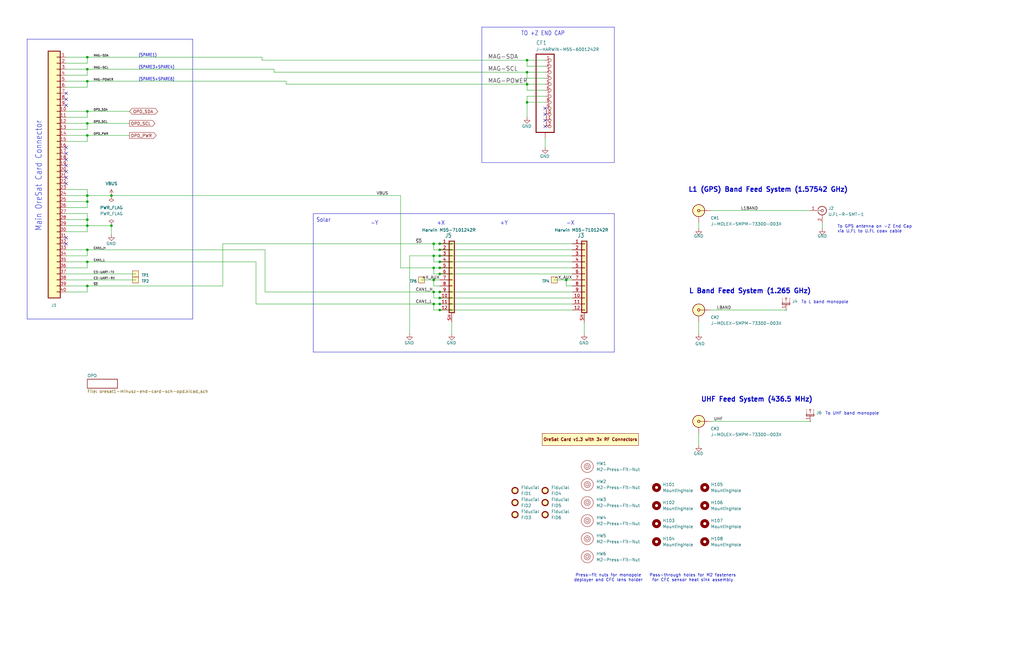
<source format=kicad_sch>
(kicad_sch (version 20250114) (generator "eeschema") (generator_version "9.0")
  (paper "B")
  (title_block (title "OreSat1 -Z End Card") (date "2026-02-18") (rev "v1.3") (company "Portland State Aerospace Society"))
  (lib_symbols
    (symbol "Connector:Conn_Coaxial" (pin_names (offset 1.016) (hide yes))
      (property "Reference" "J" (at 0.254 3.048 0))
      (property "Value" "Conn_Coaxial" (at 2.921 0 90))
      (symbol "Conn_Coaxial_0_1"
        (polyline (pts (xy -2.54 0) (xy -0.508 0)))
        (arc (start 1.778 0) (mid 0.222 -1.8079) (end -1.778 -0.508) (stroke (width 0.254)))
        (arc (start -1.778 0.508) (mid 0.2221 1.8084) (end 1.778 0) (stroke (width 0.254)))
        (circle (center 0 0) (radius 0.508) (stroke (width 0.2032)))
        (polyline (pts (xy 0 -2.54) (xy 0 -1.778)))
      )
      (symbol "Conn_Coaxial_1_1"
        (pin passive line (at -5.08 0 0) (length 2.54) (name "In") (number "1"))
        (pin passive line (at 0 -5.08 90) (length 2.54) (name "Ext") (number "2"))
      )
    )
    (symbol "Mechanical:Fiducial"
      (property "Reference" "FID" (at 0 5.08 0))
      (property "Value" "Fiducial" (at 0 3.175 0))
      (symbol "Fiducial_0_1"
        (circle (center 0 0) (radius 1.27) (stroke (width 0.508)) (fill (type background)))
      )
    )
    (symbol "Mechanical:MountingHole" (pin_names (offset 1.016)) (exclude_from_sim yes) (in_bom no)
      (property "Reference" "H" (at 0 5.08 0))
      (property "Value" "MountingHole" (at 0 3.175 0))
      (symbol "MountingHole_0_1"
        (circle (center 0 0) (radius 1.27) (stroke (width 1.27)))
      )
    )
    (symbol "oresat-connectors:Harwin M55-7101242R" (pin_names (hide yes))
      (property "Reference" "J" (at -12.7 15.875 0))
      (property "Value" "Harwin M55-7101242R" (at -12.7 13.97 0))
      (symbol "Harwin M55-7101242R_1_1"
        (rectangle (start -1.27 -16.51) (end 1.27 13.97) (stroke (width 0.1524)))
        (rectangle (start -1.016 -16.256) (end 1.016 13.716) (stroke (width 0.254)) (fill (type background)))
        (rectangle (start -0.254 12.573) (end 1.016 12.827) (stroke (width 0.1524)))
        (rectangle (start -0.254 10.033) (end 1.016 10.287) (stroke (width 0.1524)))
        (rectangle (start -0.254 7.493) (end 1.016 7.747) (stroke (width 0.1524)))
        (rectangle (start -0.254 4.953) (end 1.016 5.207) (stroke (width 0.1524)))
        (rectangle (start -0.254 2.413) (end 1.016 2.667) (stroke (width 0.1524)))
        (rectangle (start -0.254 -0.127) (end 1.016 0.127) (stroke (width 0.1524)))
        (rectangle (start -0.254 -2.667) (end 1.016 -2.413) (stroke (width 0.1524)))
        (rectangle (start -0.254 -5.207) (end 1.016 -4.953) (stroke (width 0.1524)))
        (rectangle (start -0.254 -7.747) (end 1.016 -7.493) (stroke (width 0.1524)))
        (rectangle (start -0.254 -10.287) (end 1.016 -10.033) (stroke (width 0.1524)))
        (rectangle (start -0.254 -12.827) (end 1.016 -12.573) (stroke (width 0.1524)))
        (rectangle (start -0.254 -15.367) (end 1.016 -15.113) (stroke (width 0.1524)))
        (pin passive line (at 0 -20.32 90) (length 3.81) (name "Shield") (number "SH"))
        (pin passive line (at 5.08 12.7 180) (length 4.064) (name "Pin_1") (number "1"))
        (pin passive line (at 5.08 10.16 180) (length 4.064) (name "Pin_2") (number "2"))
        (pin passive line (at 5.08 7.62 180) (length 4.064) (name "Pin_3") (number "3"))
        (pin passive line (at 5.08 5.08 180) (length 4.064) (name "Pin_4") (number "4"))
        (pin passive line (at 5.08 2.54 180) (length 4.064) (name "Pin_5") (number "5"))
        (pin passive line (at 5.08 0 180) (length 4.064) (name "Pin_6") (number "6"))
        (pin passive line (at 5.08 -2.54 180) (length 4.064) (name "Pin_7") (number "7"))
        (pin passive line (at 5.08 -5.08 180) (length 4.064) (name "Pin_8") (number "8"))
        (pin passive line (at 5.08 -7.62 180) (length 4.064) (name "Pin_9") (number "9"))
        (pin passive line (at 5.08 -10.16 180) (length 4.064) (name "Pin_10") (number "10"))
        (pin passive line (at 5.08 -12.7 180) (length 4.064) (name "Pin_11") (number "11"))
        (pin passive line (at 5.08 -15.24 180) (length 4.064) (name "Pin_12") (number "12"))
      )
    )
    (symbol "oresat-connectors:J-HARWIN-M55-6001242R" (pin_names (hide yes))
      (property "Reference" "CF1" (at -6.35 19.05 0))
      (property "Value" "J-HARWIN-M55-6001242R" (at -6.35 16.51 0))
      (symbol "J-HARWIN-M55-6001242R_1_0"
        (polyline (pts (xy -6.35 15.24) (xy -6.35 -17.78)) (stroke (width 0.4064)))
        (polyline (pts (xy -6.35 -17.78) (xy 1.27 -17.78)) (stroke (width 0.4064)))
        (polyline (pts (xy 1.27 15.24) (xy -6.35 15.24)) (stroke (width 0.4064)))
        (polyline (pts (xy 1.27 -17.78) (xy 1.27 15.24)) (stroke (width 0.4064)))
        (pin passive inverted (at -2.54 12.7 0) (length 2.54) (name "1") (number "1"))
        (pin passive inverted (at -2.54 10.16 0) (length 2.54) (name "2") (number "2"))
        (pin passive inverted (at -2.54 7.62 0) (length 2.54) (name "3") (number "3"))
        (pin passive inverted (at -2.54 5.08 0) (length 2.54) (name "4") (number "4"))
        (pin passive inverted (at -2.54 2.54 0) (length 2.54) (name "5") (number "5"))
        (pin passive inverted (at -2.54 0 0) (length 2.54) (name "6") (number "6"))
        (pin passive inverted (at -2.54 -2.54 0) (length 2.54) (name "7") (number "7"))
        (pin passive inverted (at -2.54 -5.08 0) (length 2.54) (name "8") (number "8"))
        (pin passive inverted (at -2.54 -7.62 0) (length 2.54) (name "9") (number "9"))
        (pin passive inverted (at -2.54 -10.16 0) (length 2.54) (name "10") (number "10"))
        (pin passive inverted (at -2.54 -12.7 0) (length 2.54) (name "11") (number "11"))
        (pin passive inverted (at -2.54 -15.24 0) (length 2.54) (name "12") (number "12"))
        (pin passive line (at -2.54 -20.32 90) (length 2.54) (name "SHIELD") (number "SH"))
      )
    )
    (symbol "oresat-connectors:J-MOLEX-SMPM-73300-002X"
      (property "Reference" "J" (at 5.08 -3.81 0))
      (property "Value" "733000020" (at 5.08 -6.35 0))
      (symbol "J-MOLEX-SMPM-73300-002X_1_0"
        (circle (center 0 0) (radius 0.508) (stroke (width 0.254)))
        (circle (center 0 0) (radius 2.54) (stroke (width 0.254)) (fill (type background)))
        (polyline (pts (xy 0.508 0) (xy 3.556 0)) (stroke (width 0.1524)))
        (pin passive line (at 0 -5.08 90) (length 2.54) (name "SHLD") (number "SHLD"))
        (pin passive line (at 5.08 0 180) (length 2.54) (name "SIG") (number "SIG"))
      )
    )
    (symbol "oresat-connectors:J-SAMTEC-TFM-120-01-L-D-RA" (pin_names (hide yes))
      (property "Reference" "J" (at 0 54.61 0))
      (property "Value" "J-SAMTEC-TFM-120-01-L-D-RA" (at 0 52.07 0))
      (symbol "J-SAMTEC-TFM-120-01-L-D-RA_0_1"
        (rectangle (start 2.413 48.387) (end 1.143 48.133) (stroke (width 0.1524)))
        (rectangle (start 2.413 45.847) (end 1.143 45.593) (stroke (width 0.1524)))
        (rectangle (start 2.413 43.307) (end 1.143 43.053) (stroke (width 0.1524)))
        (rectangle (start 2.413 40.767) (end 1.143 40.513) (stroke (width 0.1524)))
        (rectangle (start 2.413 38.227) (end 1.143 37.973) (stroke (width 0.1524)))
        (rectangle (start 2.413 35.687) (end 1.143 35.433) (stroke (width 0.1524)))
        (rectangle (start 2.413 33.147) (end 1.143 32.893) (stroke (width 0.1524)))
        (rectangle (start 2.413 30.607) (end 1.143 30.353) (stroke (width 0.1524)))
        (rectangle (start 2.413 28.067) (end 1.143 27.813) (stroke (width 0.1524)))
        (rectangle (start 2.413 25.527) (end 1.143 25.273) (stroke (width 0.1524)))
        (rectangle (start 2.413 22.987) (end 1.143 22.733) (stroke (width 0.1524)))
        (rectangle (start 2.413 20.447) (end 1.143 20.193) (stroke (width 0.1524)))
        (rectangle (start 2.413 17.907) (end 1.143 17.653) (stroke (width 0.1524)))
        (rectangle (start 2.413 15.367) (end 1.143 15.113) (stroke (width 0.1524)))
        (rectangle (start 2.413 12.827) (end 1.143 12.573) (stroke (width 0.1524)))
        (rectangle (start 2.413 10.287) (end 1.143 10.033) (stroke (width 0.1524)))
        (rectangle (start 2.413 7.747) (end 1.143 7.493) (stroke (width 0.1524)))
        (rectangle (start 2.413 5.207) (end 1.143 4.953) (stroke (width 0.1524)))
        (rectangle (start 2.413 2.667) (end 1.143 2.413) (stroke (width 0.1524)))
        (rectangle (start 2.413 0.127) (end 1.143 -0.127) (stroke (width 0.1524)))
        (rectangle (start 2.413 -2.413) (end 1.143 -2.667) (stroke (width 0.1524)))
        (rectangle (start 2.413 -4.953) (end 1.143 -5.207) (stroke (width 0.1524)))
        (rectangle (start 2.413 -7.493) (end 1.143 -7.747) (stroke (width 0.1524)))
        (rectangle (start 2.413 -10.033) (end 1.143 -10.287) (stroke (width 0.1524)))
        (rectangle (start 2.413 -12.573) (end 1.143 -12.827) (stroke (width 0.1524)))
        (rectangle (start 2.413 -15.113) (end 1.143 -15.367) (stroke (width 0.1524)))
        (rectangle (start 2.413 -17.653) (end 1.143 -17.907) (stroke (width 0.1524)))
        (rectangle (start 2.413 -20.193) (end 1.143 -20.447) (stroke (width 0.1524)))
        (rectangle (start 2.413 -22.733) (end 1.143 -22.987) (stroke (width 0.1524)))
        (rectangle (start 2.413 -25.273) (end 1.143 -25.527) (stroke (width 0.1524)))
        (rectangle (start 2.413 -27.813) (end 1.143 -28.067) (stroke (width 0.1524)))
        (rectangle (start 2.413 -30.353) (end 1.143 -30.607) (stroke (width 0.1524)))
        (rectangle (start 2.413 -32.893) (end 1.143 -33.147) (stroke (width 0.1524)))
        (rectangle (start 2.413 -35.433) (end 1.143 -35.687) (stroke (width 0.1524)))
        (rectangle (start 2.413 -37.973) (end 1.143 -38.227) (stroke (width 0.1524)))
        (rectangle (start 2.413 -40.513) (end 1.143 -40.767) (stroke (width 0.1524)))
        (rectangle (start 2.413 -43.053) (end 1.143 -43.307) (stroke (width 0.1524)))
        (rectangle (start 2.413 -45.593) (end 1.143 -45.847) (stroke (width 0.1524)))
        (rectangle (start 2.413 -48.133) (end 1.143 -48.387) (stroke (width 0.1524)))
        (rectangle (start 2.413 -50.673) (end 1.143 -50.927) (stroke (width 0.1524)))
      )
      (symbol "J-SAMTEC-TFM-120-01-L-D-RA_1_1"
        (rectangle (start -2.54 50.8) (end 2.54 -53.34) (stroke (width 0.4)) (fill (type background)))
        (pin passive line (at 5.08 48.26 180) (length 2.54) (name "") (number "1"))
        (pin passive line (at 5.08 45.72 180) (length 2.54) (name "") (number "2"))
        (pin passive line (at 5.08 43.18 180) (length 2.54) (name "") (number "3"))
        (pin passive line (at 5.08 40.64 180) (length 2.54) (name "") (number "4"))
        (pin passive line (at 5.08 38.1 180) (length 2.54) (name "") (number "5"))
        (pin passive line (at 5.08 35.56 180) (length 2.54) (name "") (number "6"))
        (pin passive line (at 5.08 33.02 180) (length 2.54) (name "") (number "7"))
        (pin passive line (at 5.08 30.48 180) (length 2.54) (name "") (number "8"))
        (pin passive line (at 5.08 27.94 180) (length 2.54) (name "") (number "9"))
        (pin passive line (at 5.08 25.4 180) (length 2.54) (name "") (number "10"))
        (pin passive line (at 5.08 22.86 180) (length 2.54) (name "") (number "11"))
        (pin passive line (at 5.08 20.32 180) (length 2.54) (name "") (number "12"))
        (pin passive line (at 5.08 17.78 180) (length 2.54) (name "") (number "13"))
        (pin passive line (at 5.08 15.24 180) (length 2.54) (name "") (number "14"))
        (pin passive line (at 5.08 12.7 180) (length 2.54) (name "") (number "15"))
        (pin passive line (at 5.08 10.16 180) (length 2.54) (name "") (number "16"))
        (pin passive line (at 5.08 7.62 180) (length 2.54) (name "") (number "17"))
        (pin passive line (at 5.08 5.08 180) (length 2.54) (name "") (number "18"))
        (pin passive line (at 5.08 2.54 180) (length 2.54) (name "") (number "19"))
        (pin passive line (at 5.08 0 180) (length 2.54) (name "") (number "20"))
        (pin passive line (at 5.08 -2.54 180) (length 2.54) (name "") (number "21"))
        (pin passive line (at 5.08 -5.08 180) (length 2.54) (name "") (number "22"))
        (pin passive line (at 5.08 -7.62 180) (length 2.54) (name "") (number "23"))
        (pin passive line (at 5.08 -10.16 180) (length 2.54) (name "") (number "24"))
        (pin passive line (at 5.08 -12.7 180) (length 2.54) (name "") (number "25"))
        (pin passive line (at 5.08 -15.24 180) (length 2.54) (name "") (number "26"))
        (pin passive line (at 5.08 -17.78 180) (length 2.54) (name "") (number "27"))
        (pin passive line (at 5.08 -20.32 180) (length 2.54) (name "") (number "28"))
        (pin passive line (at 5.08 -22.86 180) (length 2.54) (name "") (number "29"))
        (pin passive line (at 5.08 -25.4 180) (length 2.54) (name "") (number "30"))
        (pin passive line (at 5.08 -27.94 180) (length 2.54) (name "") (number "31"))
        (pin passive line (at 5.08 -30.48 180) (length 2.54) (name "") (number "32"))
        (pin passive line (at 5.08 -33.02 180) (length 2.54) (name "") (number "33"))
        (pin passive line (at 5.08 -35.56 180) (length 2.54) (name "") (number "34"))
        (pin passive line (at 5.08 -38.1 180) (length 2.54) (name "") (number "35"))
        (pin passive line (at 5.08 -40.64 180) (length 2.54) (name "") (number "36"))
        (pin passive line (at 5.08 -43.18 180) (length 2.54) (name "") (number "37"))
        (pin passive line (at 5.08 -45.72 180) (length 2.54) (name "") (number "38"))
        (pin passive line (at 5.08 -48.26 180) (length 2.54) (name "") (number "39"))
        (pin passive line (at 5.08 -50.8 180) (length 2.54) (name "") (number "40"))
      )
    )
    (symbol "oresat-misc:M2-Press-Fit-Nut" (pin_numbers (hide yes)) (pin_names (offset 0) (hide yes))
      (property "Reference" "HW" (at 4.445 1.27 0))
      (property "Value" "M2-Press-Fit-Nut" (at 12.065 -1.27 0))
      (symbol "M2-Press-Fit-Nut_0_1"
        (circle (center 0 0) (radius 0.635))
        (circle (center 0 0) (radius 1.27))
        (circle (center 0 0) (radius 2.54))
      )
    )
    (symbol "oresat-misc:Test-Point-0.75mm-th"
      (property "Reference" "TP" (at 0 2.54 0))
      (symbol "Test-Point-0.75mm-th_1_0"
        (pin passive line (at 0 0 0) (length 0) (name "1") (number "1"))
      )
      (symbol "Test-Point-0.75mm-th_1_1"
        (rectangle (start -1.27 1.27) (end 1.27 -1.27) (fill (type background)))
      )
    )
    (symbol "oresat-misc:tape-measure-antenna"
      (property "Reference" "J" (at 1.27 0 0))
      (symbol "tape-measure-antenna_0_1"
        (polyline (pts (xy -1.524 4.826) (xy -1.524 5.08)))
        (polyline (pts (xy -1.524 4.318) (xy -1.524 4.572)))
        (polyline (pts (xy -1.524 3.81) (xy -1.524 4.064)))
        (polyline (pts (xy -1.524 2.54) (xy -1.524 3.556)))
        (polyline (pts (xy -1.524 2.159) (xy 1.524 2.159)))
        (arc (start -1.524 2.159) (mid -1.6814 2.54) (end -1.524 2.921))
        (polyline (pts (xy 0 3.556) (xy 0 4.445) (xy 0.381 5.08) (xy -0.381 5.08) (xy 0 4.445)))
        (arc (start 1.524 2.921) (mid 1.6812 2.54) (end 1.524 2.159))
        (polyline (pts (xy 1.524 4.826) (xy 1.524 5.08)))
        (polyline (pts (xy 1.524 4.318) (xy 1.524 4.572)))
        (polyline (pts (xy 1.524 3.81) (xy 1.524 4.064)))
        (polyline (pts (xy 1.524 2.921) (xy -1.524 2.921)))
        (polyline (pts (xy 1.524 2.54) (xy -1.524 2.54)))
        (polyline (pts (xy 1.524 2.54) (xy 1.524 3.556)))
      )
      (symbol "tape-measure-antenna_1_1"
        (pin passive line (at 0 0 90) (length 2.54) (name "") (number "1"))
      )
    )
    (symbol "oresat-pcbs:ORESAT-CARD-V1.3-3RF"
      (symbol "ORESAT-CARD-V1.3-3RF_1_0"
        (rectangle (start -20.32 2.54) (end 20.32 -2.54) (fill (type background)))
        (text "OreSat Card v1.3 with 3x RF Connectors" (at 0 0 0) (effects (font (size 1.27 1.27) (bold yes))))
      )
    )
    (symbol "oresat-power:VBUS" (power) (pin_names (offset 0))
      (property "Value" "VBUS" (at 0 3.556 0))
      (symbol "VBUS_0_1"
        (polyline (pts (xy -0.762 1.27) (xy 0 2.54)))
        (polyline (pts (xy 0 2.54) (xy 0.762 1.27)))
        (polyline (pts (xy 0 0) (xy 0 2.54)))
      )
      (symbol "VBUS_1_1"
        (pin power_in line (at 0 0 90) (length 0) (hide yes) (name "VBUS") (number "1"))
      )
    )
    (symbol "power:GND" (power) (pin_numbers (hide yes)) (pin_names (offset 0) (hide yes))
      (property "Value" "GND" (at 0 -3.81 0))
      (symbol "GND_0_1"
        (polyline (pts (xy 0 0) (xy 0 -1.27) (xy 1.27 -1.27) (xy 0 -2.54) (xy -1.27 -1.27) (xy 0 -1.27)))
      )
      (symbol "GND_1_1"
        (pin power_in line (at 0 0 270) (length 0) (name "~") (number "1"))
      )
    )
    (symbol "power:PWR_FLAG" (power) (pin_numbers (hide yes)) (pin_names (offset 0) (hide yes))
      (property "Value" "PWR_FLAG" (at 0 3.81 0))
      (symbol "PWR_FLAG_0_0"
        (pin power_out line (at 0 0 90) (length 0) (name "~") (number "1"))
      )
      (symbol "PWR_FLAG_0_1"
        (polyline (pts (xy 0 0) (xy 0 1.27) (xy -1.016 1.905) (xy 0 2.54) (xy 1.016 1.905) (xy 0 1.27)))
      )
    )
  )
  (text "+X" (at 184.15 95.25 0) (effects (font (size 1.778 1.5113)) (justify left bottom)))
  (text "(SPARE5+SPARE6)" (at 58.42 34.29 0) (effects (font (size 1.27 1.0795)) (justify left bottom)))
  (text "(SPARE3+SPARE4)" (at 58.42 29.21 0) (effects (font (size 1.27 1.0795)) (justify left bottom)))
  (text "Pass-through holes for M2 fasteners\nfor CFC sensor heat sink assembly" (at 292.1 243.84 0) (effects (font (size 1.27 1.27))))
  (text "TO +Z END CAP" (at 219.71 15.24 0) (effects (font (size 1.778 1.5113)) (justify left bottom)))
  (text "To L band monopole" (at 337.82 128.27 0) (effects (font (size 1.27 1.27)) (justify left bottom)))
  (text "Main OreSat Card Connector" (at 17.78 50.8 90) (effects (font (size 2.54 2.159)) (justify right bottom)))
  (text "Press-fit nuts for monopole\ndeployer and CFC lens holder" (at 256.54 243.84 0) (effects (font (size 1.27 1.27))))
  (text "+Y" (at 210.82 95.25 0) (effects (font (size 1.778 1.5113)) (justify left bottom)))
  (text "To UHF band monopole" (at 347.98 175.26 0) (effects (font (size 1.27 1.27)) (justify left bottom)))
  (text "(SPARE1)" (at 58.42 24.13 0) (effects (font (size 1.27 1.0795)) (justify left bottom)))
  (text "UHF Feed System (436.5 MHz)" (at 295.529 169.799 0) (effects (font (size 2 2) (thickness 0.4) (bold yes)) (justify left bottom)))
  (text "L1 (GPS) Band Feed System (1.57542 GHz)" (at 290.195 81.28 0) (effects (font (size 2 2) (thickness 0.4) (bold yes)) (justify left bottom)))
  (text "To GPS antenna on -Z End Cap \nvia U.FL to U.FL coax cable" (at 353.06 98.425 0) (effects (font (size 1.27 1.27)) (justify left bottom)))
  (text "-Y" (at 156.21 95.25 0) (effects (font (size 1.778 1.5113)) (justify left bottom)))
  (text "L Band Feed System (1.265 GHz)" (at 290.449 124.079 0) (effects (font (size 2 2) (thickness 0.4) (bold yes)) (justify left bottom)))
  (text "-X" (at 238.76 95.25 0) (effects (font (size 1.778 1.5113)) (justify left bottom)))
  (text "Solar" (at 133.35 93.98 0) (effects (font (size 1.778 1.5113)) (justify left bottom)))
  (junction (at 238.76 118.11))
  (junction (at 36.83 85.09))
  (junction (at 182.88 128.27))
  (junction (at 222.25 35.56))
  (junction (at 185.42 110.49))
  (junction (at 182.88 102.87))
  (junction (at 36.83 46.99))
  (junction (at 36.83 95.25))
  (junction (at 185.42 107.95))
  (junction (at 222.25 43.18))
  (junction (at 185.42 125.73))
  (junction (at 36.83 82.55))
  (junction (at 182.88 118.11))
  (junction (at 36.83 24.13))
  (junction (at 36.83 110.49))
  (junction (at 36.83 120.65))
  (junction (at 36.83 52.07))
  (junction (at 222.25 30.48))
  (junction (at 36.83 57.15))
  (junction (at 185.42 113.03))
  (junction (at 185.42 102.87))
  (junction (at 46.99 82.55))
  (junction (at 185.42 105.41))
  (junction (at 182.88 107.95))
  (junction (at 36.83 105.41))
  (junction (at 182.88 113.03))
  (junction (at 36.83 29.21))
  (junction (at 46.99 95.25))
  (junction (at 182.88 123.19))
  (junction (at 185.42 123.19))
  (junction (at 36.83 34.29))
  (junction (at 185.42 115.57))
  (junction (at 185.42 130.81))
  (junction (at 36.83 92.71))
  (junction (at 222.25 25.4))
  (junction (at 185.42 128.27))
  (no_connect (at 27.94 74.93))
  (no_connect (at 27.94 69.85))
  (no_connect (at 27.94 77.47))
  (no_connect (at 229.87 53.34))
  (no_connect (at 27.94 72.39))
  (no_connect (at 27.94 102.87))
  (no_connect (at 27.94 64.77))
  (no_connect (at 229.87 48.26))
  (no_connect (at 27.94 67.31))
  (no_connect (at 229.87 45.72))
  (no_connect (at 27.94 62.23))
  (no_connect (at 27.94 41.91))
  (no_connect (at 27.94 100.33))
  (no_connect (at 229.87 50.8))
  (no_connect (at 27.94 44.45))
  (no_connect (at 27.94 39.37))
  (wire (pts (xy 182.88 107.95) (xy 185.42 107.95)))
  (wire (pts (xy 182.88 102.87) (xy 185.42 102.87)))
  (wire (pts (xy 185.42 110.49) (xy 241.3 110.49)))
  (wire (pts (xy 222.25 27.94) (xy 229.87 27.94)))
  (wire (pts (xy 185.42 115.57) (xy 182.88 115.57)))
  (polyline (pts (xy 203.2 11.43) (xy 259.08 11.43)))
  (wire (pts (xy 27.94 97.79) (xy 36.83 97.79)))
  (polyline (pts (xy 11.43 16.51) (xy 81.28 16.51)))
  (wire (pts (xy 27.94 107.95) (xy 36.83 107.95)))
  (wire (pts (xy 229.87 25.4) (xy 222.25 25.4)))
  (wire (pts (xy 185.42 123.19) (xy 241.3 123.19)))
  (wire (pts (xy 222.25 30.48) (xy 115.57 30.48)))
  (wire (pts (xy 299.72 88.9) (xy 341.63 88.9)))
  (wire (pts (xy 229.87 30.48) (xy 222.25 30.48)))
  (wire (pts (xy 120.65 35.56) (xy 222.25 35.56)))
  (wire (pts (xy 185.42 128.27) (xy 241.3 128.27)))
  (wire (pts (xy 27.94 120.65) (xy 36.83 120.65)))
  (wire (pts (xy 36.83 97.79) (xy 36.83 95.25)))
  (wire (pts (xy 177.8 118.11) (xy 182.88 118.11)))
  (wire (pts (xy 36.83 123.19) (xy 36.83 120.65)))
  (wire (pts (xy 27.94 36.83) (xy 36.83 36.83)))
  (wire (pts (xy 185.42 113.03) (xy 241.3 113.03)))
  (wire (pts (xy 172.72 107.95) (xy 172.72 140.97)))
  (wire (pts (xy 246.38 135.89) (xy 246.38 140.97)))
  (wire (pts (xy 172.72 107.95) (xy 182.88 107.95)))
  (polyline (pts (xy 203.2 68.58) (xy 203.2 11.43)))
  (wire (pts (xy 185.42 105.41) (xy 182.88 105.41)))
  (wire (pts (xy 36.83 92.71) (xy 36.83 90.17)))
  (wire (pts (xy 27.94 57.15) (xy 36.83 57.15)))
  (wire (pts (xy 115.57 30.48) (xy 115.57 29.21)))
  (wire (pts (xy 182.88 125.73) (xy 185.42 125.73)))
  (wire (pts (xy 46.99 82.55) (xy 168.91 82.55)))
  (polyline (pts (xy 259.08 90.17) (xy 259.08 148.59)))
  (polyline (pts (xy 132.08 90.17) (xy 132.08 148.59)))
  (wire (pts (xy 238.76 120.65) (xy 238.76 118.11)))
  (polyline (pts (xy 259.08 11.43) (xy 259.08 68.58)))
  (wire (pts (xy 111.76 123.19) (xy 182.88 123.19)))
  (wire (pts (xy 222.25 40.64) (xy 222.25 43.18)))
  (wire (pts (xy 299.72 177.8) (xy 341.63 177.8)))
  (wire (pts (xy 27.94 90.17) (xy 36.83 90.17)))
  (wire (pts (xy 294.64 135.89) (xy 294.64 140.97)))
  (wire (pts (xy 182.88 128.27) (xy 185.42 128.27)))
  (wire (pts (xy 27.94 82.55) (xy 36.83 82.55)))
  (polyline (pts (xy 11.43 16.51) (xy 11.43 134.62)))
  (wire (pts (xy 46.99 95.25) (xy 46.99 99.06)))
  (wire (pts (xy 36.83 46.99) (xy 54.61 46.99)))
  (wire (pts (xy 182.88 113.03) (xy 185.42 113.03)))
  (wire (pts (xy 182.88 107.95) (xy 182.88 110.49)))
  (wire (pts (xy 222.25 38.1) (xy 229.87 38.1)))
  (wire (pts (xy 222.25 25.4) (xy 222.25 27.94)))
  (wire (pts (xy 294.64 182.88) (xy 294.64 187.96)))
  (wire (pts (xy 36.83 82.55) (xy 36.83 80.01)))
  (wire (pts (xy 27.94 110.49) (xy 36.83 110.49)))
  (wire (pts (xy 27.94 105.41) (xy 36.83 105.41)))
  (wire (pts (xy 36.83 57.15) (xy 36.83 59.69)))
  (wire (pts (xy 185.42 110.49) (xy 182.88 110.49)))
  (wire (pts (xy 36.83 85.09) (xy 36.83 82.55)))
  (wire (pts (xy 182.88 123.19) (xy 185.42 123.19)))
  (polyline (pts (xy 132.08 90.17) (xy 259.08 90.17)))
  (wire (pts (xy 120.65 34.29) (xy 120.65 35.56)))
  (wire (pts (xy 27.94 31.75) (xy 36.83 31.75)))
  (polyline (pts (xy 81.28 134.62) (xy 81.28 16.51)))
  (wire (pts (xy 27.94 26.67) (xy 36.83 26.67)))
  (wire (pts (xy 182.88 115.57) (xy 182.88 113.03)))
  (wire (pts (xy 107.95 128.27) (xy 107.95 110.49)))
  (wire (pts (xy 36.83 57.15) (xy 54.61 57.15)))
  (wire (pts (xy 182.88 118.11) (xy 185.42 118.11)))
  (wire (pts (xy 36.83 31.75) (xy 36.83 29.21)))
  (wire (pts (xy 36.83 46.99) (xy 36.83 49.53)))
  (wire (pts (xy 36.83 92.71) (xy 36.83 95.25)))
  (wire (pts (xy 110.49 24.13) (xy 110.49 25.4)))
  (wire (pts (xy 110.49 25.4) (xy 222.25 25.4)))
  (wire (pts (xy 229.87 58.42) (xy 229.87 62.23)))
  (wire (pts (xy 238.76 118.11) (xy 241.3 118.11)))
  (wire (pts (xy 36.83 26.67) (xy 36.83 24.13)))
  (wire (pts (xy 27.94 54.61) (xy 36.83 54.61)))
  (wire (pts (xy 27.94 46.99) (xy 36.83 46.99)))
  (wire (pts (xy 36.83 52.07) (xy 36.83 54.61)))
  (wire (pts (xy 36.83 120.65) (xy 93.98 120.65)))
  (wire (pts (xy 36.83 49.53) (xy 27.94 49.53)))
  (wire (pts (xy 36.83 24.13) (xy 110.49 24.13)))
  (wire (pts (xy 27.94 95.25) (xy 36.83 95.25)))
  (wire (pts (xy 241.3 120.65) (xy 238.76 120.65)))
  (wire (pts (xy 27.94 80.01) (xy 36.83 80.01)))
  (wire (pts (xy 185.42 107.95) (xy 241.3 107.95)))
  (wire (pts (xy 27.94 85.09) (xy 36.83 85.09)))
  (wire (pts (xy 36.83 36.83) (xy 36.83 34.29)))
  (wire (pts (xy 185.42 125.73) (xy 241.3 125.73)))
  (wire (pts (xy 36.83 105.41) (xy 111.76 105.41)))
  (wire (pts (xy 182.88 120.65) (xy 182.88 118.11)))
  (wire (pts (xy 185.42 115.57) (xy 241.3 115.57)))
  (wire (pts (xy 299.72 130.81) (xy 331.47 130.81)))
  (wire (pts (xy 36.83 87.63) (xy 36.83 85.09)))
  (wire (pts (xy 185.42 130.81) (xy 241.3 130.81)))
  (wire (pts (xy 27.94 92.71) (xy 36.83 92.71)))
  (wire (pts (xy 93.98 102.87) (xy 182.88 102.87)))
  (wire (pts (xy 190.5 135.89) (xy 190.5 140.97)))
  (wire (pts (xy 294.64 93.98) (xy 294.64 96.52)))
  (wire (pts (xy 27.94 59.69) (xy 36.83 59.69)))
  (wire (pts (xy 182.88 102.87) (xy 182.88 105.41)))
  (wire (pts (xy 36.83 52.07) (xy 54.61 52.07)))
  (polyline (pts (xy 11.43 134.62) (xy 81.28 134.62)))
  (wire (pts (xy 107.95 128.27) (xy 182.88 128.27)))
  (wire (pts (xy 111.76 123.19) (xy 111.76 105.41)))
  (wire (pts (xy 168.91 113.03) (xy 168.91 82.55)))
  (wire (pts (xy 27.94 24.13) (xy 36.83 24.13)))
  (wire (pts (xy 229.87 40.64) (xy 222.25 40.64)))
  (wire (pts (xy 27.94 52.07) (xy 36.83 52.07)))
  (polyline (pts (xy 259.08 68.58) (xy 203.2 68.58)))
  (wire (pts (xy 185.42 102.87) (xy 241.3 102.87)))
  (wire (pts (xy 107.95 110.49) (xy 36.83 110.49)))
  (wire (pts (xy 27.94 123.19) (xy 36.83 123.19)))
  (wire (pts (xy 36.83 82.55) (xy 46.99 82.55)))
  (wire (pts (xy 27.94 113.03) (xy 36.83 113.03)))
  (wire (pts (xy 233.68 118.11) (xy 238.76 118.11)))
  (wire (pts (xy 222.25 35.56) (xy 222.25 38.1)))
  (wire (pts (xy 27.94 29.21) (xy 36.83 29.21)))
  (wire (pts (xy 229.87 35.56) (xy 222.25 35.56)))
  (wire (pts (xy 27.94 118.11) (xy 57.15 118.11)))
  (polyline (pts (xy 259.08 148.59) (xy 132.08 148.59)))
  (wire (pts (xy 93.98 102.87) (xy 93.98 120.65)))
  (wire (pts (xy 27.94 87.63) (xy 36.83 87.63)))
  (wire (pts (xy 36.83 113.03) (xy 36.83 110.49)))
  (wire (pts (xy 185.42 105.41) (xy 241.3 105.41)))
  (wire (pts (xy 182.88 113.03) (xy 168.91 113.03)))
  (wire (pts (xy 182.88 120.65) (xy 185.42 120.65)))
  (wire (pts (xy 222.25 30.48) (xy 222.25 33.02)))
  (wire (pts (xy 222.25 33.02) (xy 229.87 33.02)))
  (wire (pts (xy 27.94 34.29) (xy 36.83 34.29)))
  (wire (pts (xy 36.83 107.95) (xy 36.83 105.41)))
  (wire (pts (xy 182.88 125.73) (xy 182.88 123.19)))
  (wire (pts (xy 222.25 43.18) (xy 222.25 49.53)))
  (wire (pts (xy 27.94 115.57) (xy 57.15 115.57)))
  (wire (pts (xy 36.83 34.29) (xy 120.65 34.29)))
  (wire (pts (xy 346.71 93.98) (xy 346.71 96.52)))
  (wire (pts (xy 36.83 95.25) (xy 46.99 95.25)))
  (wire (pts (xy 222.25 43.18) (xy 229.87 43.18)))
  (wire (pts (xy 185.42 130.81) (xy 182.88 130.81)))
  (wire (pts (xy 36.83 29.21) (xy 115.57 29.21)))
  (wire (pts (xy 182.88 130.81) (xy 182.88 128.27)))
  (label "VBUS" (at 158.75 82.55 0) (effects (font (size 1.2446 1.2446))))
  (label "MAG-POWER" (at 39.37 34.29 0) (effects (font (size 0.889 0.889))))
  (label "CAN1_H" (at 39.37 105.41 0) (effects (font (size 0.889 0.889))))
  (label "MAG-SCL" (at 39.37 29.21 0) (effects (font (size 0.889 0.889))))
  (label "~{SD}" (at 39.37 120.65 0) (effects (font (size 0.889 0.889))))
  (label "MAG-POWER" (at 205.74 35.56 0) (effects (font (size 1.778 1.778))))
  (label "CAN1_H" (at 175.26 123.19 0) (effects (font (size 1.2446 1.2446))))
  (label "OPD_SDA" (at 39.37 46.99 0) (effects (font (size 0.889 0.889))))
  (label "~{SD}" (at 175.26 102.87 0) (effects (font (size 1.2446 1.2446))))
  (label "C3-UART-RX" (at 39.37 118.11 0) (effects (font (size 0.889 0.889))))
  (label "UHF" (at 300.99 177.8 0) (effects (font (size 1.2446 1.2446))))
  (label "CAN1_L" (at 175.26 128.27 0) (effects (font (size 1.2446 1.2446))))
  (label "CAN1_L" (at 39.37 110.49 0) (effects (font (size 0.889 0.889))))
  (label "OPD_SCL" (at 39.37 52.07 0) (effects (font (size 0.889 0.889))))
  (label "+X_AUX" (at 177.8 118.11 0))
  (label "-X_AUX" (at 233.68 118.11 0))
  (label "MAG-SDA" (at 39.37 24.13 0) (effects (font (size 0.889 0.889))))
  (label "C3-UART-TX" (at 39.37 115.57 0) (effects (font (size 0.889 0.889))))
  (label "OPD_PWR" (at 39.37 57.15 0) (effects (font (size 0.889 0.889))))
  (label "MAG-SDA" (at 205.74 25.4 0) (effects (font (size 1.778 1.778))))
  (label "L1BAND" (at 312.42 88.9 0) (effects (font (size 1.2446 1.2446))))
  (label "MAG-SCL" (at 205.74 30.48 0) (effects (font (size 1.778 1.778))))
  (label "LBAND" (at 302.26 130.81 0) (effects (font (size 1.2446 1.2446))))
  (global_label "OPD_SDA" (shape bidirectional) (at 54.61 46.99 0) (property "Intersheetrefs" "${INTERSHEET_REFS}" (effects (hide yes))))
  (global_label "OPD_SCL" (shape output) (at 54.61 52.07 0) (property "Intersheetrefs" "${INTERSHEET_REFS}" (effects (hide yes))))
  (global_label "OPD_PWR" (shape output) (at 54.61 57.15 0) (property "Intersheetrefs" "${INTERSHEET_REFS}" (effects (hide yes))))
  (symbol (lib_id "power:GND") (at 190.5 140.97 0) (mirror y) (unit 1)
    (property "Reference" "#GND04" (effects (hide yes)))
    (property "Value" "GND" (at 192.405 145.415 0) (effects (justify left bottom)))
    (property "Footprint" "plusz-end-card-with-turnstile:" (effects (hide yes)))
    (property "Description" "Power symbol creates a global label with name \"GND\" , ground" (effects (hide yes)))
  )
  (symbol (lib_id "power:GND") (at 46.99 99.06 0) (mirror y) (unit 1)
    (property "Reference" "#GND01" (effects (hide yes)))
    (property "Value" "GND" (at 48.895 103.505 0) (effects (justify left bottom)))
    (property "Footprint" "plusz-end-card-with-turnstile:" (effects (hide yes)))
    (property "Description" "Power symbol creates a global label with name \"GND\" , ground" (effects (hide yes)))
  )
  (symbol (lib_id "oresat-connectors:Harwin M55-7101242R") (at 190.5 115.57 0) (mirror y) (unit 1)
    (property "Reference" "J5" (at 190.5 100.33 0) (effects (font (size 1.778 1.5113)) (justify left bottom)))
    (property "Value" "Harwin M55-7101242R" (at 200.66 97.79 0) (effects (justify left bottom)))
    (property "Footprint" "oresat-connectors:J-Harwin-M55-7101242R" (effects (hide yes)))
    (property "Datasheet" "https://cdn.harwin.com/pdfs/C047XX_M55_Archer_Kontrol.pdf" (effects (hide yes)))
  )
  (symbol (lib_id "oresat-pcbs:ORESAT-CARD-V1.3-3RF") (at 248.92 185.42 0) (unit 1)
    (property "Reference" "PCB1" (effects (hide yes)))
    (property "Value" "ORESAT-CARD-V1.3-GENERIC-3RF" (effects (hide yes)))
    (property "Footprint" "oresat-pcbs:ORESAT-CARD-V1.3-3RF" (effects (hide yes)))
  )
  (symbol (lib_id "power:GND") (at 294.64 96.52 0) (unit 1)
    (property "Reference" "#GND010" (effects (hide yes)))
    (property "Value" "GND" (at 294.64 100.33 0) (effects (justify bottom)))
    (property "Footprint" "plusz-end-card-with-turnstile:" (effects (hide yes)))
    (property "Description" "Power symbol creates a global label with name \"GND\" , ground" (effects (hide yes)))
  )
  (symbol (lib_id "oresat-misc:M2-Press-Fit-Nut") (at 247.65 212.09 0) (unit 1)
    (property "Reference" "HW3" (at 251.46 210.8199 0) (effects (justify left)))
    (property "Value" "M2-Press-Fit-Nut" (at 251.46 213.3599 0) (effects (justify left)))
    (property "Footprint" "oresat-misc:M2-Press-Fit-Nut" (effects (hide yes)))
  )
  (symbol (lib_id "Mechanical:MountingHole") (at 297.18 220.98 0) (unit 1) (exclude_from_sim yes) (in_bom no)
    (property "Reference" "H107" (at 299.72 219.7099 0) (effects (justify left)))
    (property "Value" "MountingHole" (at 299.72 222.2499 0) (effects (justify left)))
    (property "Footprint" "MountingHole:MountingHole_5mm" (effects (hide yes)))
    (property "Description" "Mounting Hole without connection" (effects (hide yes)))
  )
  (symbol (lib_id "Mechanical:Fiducial") (at 217.17 217.17 0) (unit 1)
    (property "Reference" "FID3" (at 219.71 218.44 0) (effects (justify left)))
    (property "Value" "Fiducial" (at 219.71 215.9 0) (effects (justify left)))
    (property "Footprint" "Fiducial:Fiducial_1mm_Mask2mm" (effects (hide yes)))
  )
  (symbol (lib_id "Mechanical:Fiducial") (at 217.17 207.01 0) (unit 1)
    (property "Reference" "FID1" (at 219.71 208.28 0) (effects (justify left)))
    (property "Value" "Fiducial" (at 219.71 205.74 0) (effects (justify left)))
    (property "Footprint" "Fiducial:Fiducial_1mm_Mask2mm" (effects (hide yes)))
  )
  (symbol (lib_id "power:GND") (at 294.64 187.96 0) (unit 1)
    (property "Reference" "#GND08" (effects (hide yes)))
    (property "Value" "GND" (at 292.481 192.151 0) (effects (justify left bottom)))
    (property "Footprint" "plusz-end-card-with-turnstile:" (effects (hide yes)))
    (property "Description" "Power symbol creates a global label with name \"GND\" , ground" (effects (hide yes)))
  )
  (symbol (lib_id "Mechanical:Fiducial") (at 229.87 217.17 0) (unit 1)
    (property "Reference" "FID6" (at 232.41 218.44 0) (effects (justify left)))
    (property "Value" "Fiducial" (at 232.41 215.9 0) (effects (justify left)))
    (property "Footprint" "Fiducial:Fiducial_1mm_Mask2mm" (effects (hide yes)))
  )
  (symbol (lib_id "Mechanical:MountingHole") (at 297.18 228.6 0) (unit 1) (exclude_from_sim yes) (in_bom no)
    (property "Reference" "H108" (at 299.72 227.3299 0) (effects (justify left)))
    (property "Value" "MountingHole" (at 299.72 229.8699 0) (effects (justify left)))
    (property "Footprint" "MountingHole:MountingHole_5mm" (effects (hide yes)))
    (property "Description" "Mounting Hole without connection" (effects (hide yes)))
  )
  (symbol (lib_id "oresat-misc:Test-Point-0.75mm-th") (at 57.15 115.57 0) (unit 1)
    (property "Reference" "TP1" (at 59.69 116.84 0) (effects (font (size 1.27 1.0795)) (justify left bottom)))
    (property "Value" "TEST-POINT-LARGE-SQUARE" (effects (hide yes)))
    (property "Footprint" "oresat-misc:TestPoint-0.75mm-th" (effects (hide yes)))
  )
  (symbol (lib_id "oresat-misc:M2-Press-Fit-Nut") (at 247.65 204.47 0) (unit 1)
    (property "Reference" "HW2" (at 251.46 203.1999 0) (effects (justify left)))
    (property "Value" "M2-Press-Fit-Nut" (at 251.46 205.7399 0) (effects (justify left)))
    (property "Footprint" "oresat-misc:M2-Press-Fit-Nut" (effects (hide yes)))
  )
  (symbol (lib_id "oresat-connectors:J-HARWIN-M55-6001242R") (at 232.41 38.1 0) (unit 1)
    (property "Reference" "CF1" (at 226.06 19.05 0) (effects (font (size 1.778 1.5113)) (justify left bottom)))
    (property "Value" "J-HARWIN-M55-6001242R" (at 226.06 21.59 0) (effects (justify left bottom)))
    (property "Footprint" "oresat-connectors:J-Harwin-M55-60X1242R" (effects (hide yes)))
    (property "Datasheet" "https://cdn.harwin.com/pdfs/C047XX_M55_Archer_Kontrol.pdf" (effects (hide yes)))
  )
  (symbol (lib_id "Mechanical:Fiducial") (at 217.17 212.09 0) (unit 1)
    (property "Reference" "FID2" (at 219.71 213.36 0) (effects (justify left)))
    (property "Value" "Fiducial" (at 219.71 210.82 0) (effects (justify left)))
    (property "Footprint" "Fiducial:Fiducial_1mm_Mask2mm" (effects (hide yes)))
  )
  (symbol (lib_id "Mechanical:MountingHole") (at 297.18 205.74 0) (unit 1) (exclude_from_sim yes) (in_bom no)
    (property "Reference" "H105" (at 299.72 204.4699 0) (effects (justify left)))
    (property "Value" "MountingHole" (at 299.72 207.0099 0) (effects (justify left)))
    (property "Footprint" "MountingHole:MountingHole_5mm" (effects (hide yes)))
    (property "Description" "Mounting Hole without connection" (effects (hide yes)))
  )
  (symbol (lib_id "Connector:Conn_Coaxial") (at 346.71 88.9 0) (unit 1)
    (property "Reference" "J2" (at 349.25 87.9231 0) (effects (justify left)))
    (property "Value" "U.FL-R-SMT-1" (at 349.25 90.4631 0) (effects (justify left)))
    (property "Footprint" "Connector_Coaxial:U.FL_Hirose_U.FL-R-SMT-1_Vertical" (effects (hide yes)))
    (property "Datasheet" " ~" (effects (hide yes)))
    (property "Description" "coaxial connector (BNC, SMA, SMB, SMC, Cinch/RCA, LEMO, ...)" (effects (hide yes)))
  )
  (symbol (lib_id "oresat-misc:Test-Point-0.75mm-th") (at 177.8 118.11 0) (unit 1)
    (property "Reference" "TP6" (at 172.72 119.38 0) (effects (font (size 1.27 1.0795)) (justify left bottom)))
    (property "Value" "TEST-POINT-LARGE-SQUARE" (effects (hide yes)))
    (property "Footprint" "oresat-misc:TestPoint-0.75mm-th" (effects (hide yes)))
  )
  (symbol (lib_id "Mechanical:Fiducial") (at 229.87 207.01 0) (unit 1)
    (property "Reference" "FID4" (at 232.41 208.28 0) (effects (justify left)))
    (property "Value" "Fiducial" (at 232.41 205.74 0) (effects (justify left)))
    (property "Footprint" "Fiducial:Fiducial_1mm_Mask2mm" (effects (hide yes)))
  )
  (symbol (lib_id "oresat-misc:Test-Point-0.75mm-th") (at 233.68 118.11 0) (unit 1)
    (property "Reference" "TP4" (at 228.6 119.38 0) (effects (font (size 1.27 1.0795)) (justify left bottom)))
    (property "Value" "TEST-POINT-LARGE-SQUARE" (effects (hide yes)))
    (property "Footprint" "oresat-misc:TestPoint-0.75mm-th" (effects (hide yes)))
  )
  (symbol (lib_id "Mechanical:MountingHole") (at 276.86 228.6 0) (unit 1) (exclude_from_sim yes) (in_bom no)
    (property "Reference" "H104" (at 279.4 227.3299 0) (effects (justify left)))
    (property "Value" "MountingHole" (at 279.4 229.8699 0) (effects (justify left)))
    (property "Footprint" "MountingHole:MountingHole_5mm" (effects (hide yes)))
    (property "Description" "Mounting Hole without connection" (effects (hide yes)))
  )
  (symbol (lib_id "Mechanical:MountingHole") (at 276.86 220.98 0) (unit 1) (exclude_from_sim yes) (in_bom no)
    (property "Reference" "H103" (at 279.4 219.7099 0) (effects (justify left)))
    (property "Value" "MountingHole" (at 279.4 222.2499 0) (effects (justify left)))
    (property "Footprint" "MountingHole:MountingHole_5mm" (effects (hide yes)))
    (property "Description" "Mounting Hole without connection" (effects (hide yes)))
  )
  (symbol (lib_id "oresat-misc:tape-measure-antenna") (at 331.47 130.81 0) (unit 1)
    (property "Reference" "J4" (at 334.01 127.1905 0) (effects (justify left)))
    (property "Value" "~" (at 331.47 130.81 0))
    (property "Footprint" "oresat-misc:tape-measure-slot-antenna" (effects (hide yes)))
  )
  (symbol (lib_id "power:GND") (at 229.87 62.23 0) (mirror y) (unit 1)
    (property "Reference" "#GND06" (effects (hide yes)))
    (property "Value" "GND" (at 231.775 66.675 0) (effects (justify left bottom)))
    (property "Footprint" "plusz-end-card-with-turnstile:" (effects (hide yes)))
    (property "Description" "Power symbol creates a global label with name \"GND\" , ground" (effects (hide yes)))
  )
  (symbol (lib_id "Mechanical:MountingHole") (at 297.18 213.36 0) (unit 1) (exclude_from_sim yes) (in_bom no)
    (property "Reference" "H106" (at 299.72 212.0899 0) (effects (justify left)))
    (property "Value" "MountingHole" (at 299.72 214.6299 0) (effects (justify left)))
    (property "Footprint" "MountingHole:MountingHole_5mm" (effects (hide yes)))
    (property "Description" "Mounting Hole without connection" (effects (hide yes)))
  )
  (symbol (lib_id "Mechanical:MountingHole") (at 276.86 213.36 0) (unit 1) (exclude_from_sim yes) (in_bom no)
    (property "Reference" "H102" (at 279.4 212.0899 0) (effects (justify left)))
    (property "Value" "MountingHole" (at 279.4 214.6299 0) (effects (justify left)))
    (property "Footprint" "MountingHole:MountingHole_5mm" (effects (hide yes)))
    (property "Description" "Mounting Hole without connection" (effects (hide yes)))
  )
  (symbol (lib_id "power:PWR_FLAG") (at 46.99 82.55 180) (unit 1)
    (property "Reference" "#FLG01" (effects (hide yes)))
    (property "Value" "PWR_FLAG" (at 46.99 87.63 0))
    (property "Description" "Special symbol for telling ERC where power comes from" (effects (hide yes)))
  )
  (symbol (lib_id "oresat-connectors:Harwin M55-7101242R") (at 246.38 115.57 0) (mirror y) (unit 1)
    (property "Reference" "J3" (at 246.38 100.33 0) (effects (font (size 1.778 1.5113)) (justify left bottom)))
    (property "Value" "Harwin M55-7101242R" (at 256.54 97.79 0) (effects (justify left bottom)))
    (property "Footprint" "oresat-connectors:J-Harwin-M55-7101242R" (effects (hide yes)))
    (property "Datasheet" "https://cdn.harwin.com/pdfs/C047XX_M55_Archer_Kontrol.pdf" (effects (hide yes)))
  )
  (symbol (lib_id "oresat-connectors:J-MOLEX-SMPM-73300-002X") (at 294.64 177.8 0) (unit 1)
    (property "Reference" "CM3" (at 299.72 181.61 0) (effects (font (size 1.27 1.0795)) (justify left bottom)))
    (property "Value" "J-MOLEX-SMPM-73300-003X" (at 299.72 184.15 0) (effects (justify left bottom)))
    (property "Footprint" "oresat-connectors:J-MOLEX-SMPM-073300-002X" (effects (hide yes)))
    (property "Datasheet" "https://tools.molex.com/pdm_docs/sd/733000020_sd.pdf" (effects (hide yes)))
  )
  (symbol (lib_id "oresat-connectors:J-MOLEX-SMPM-73300-002X") (at 294.64 88.9 0) (unit 1)
    (property "Reference" "CM1" (at 299.72 92.71 0) (effects (font (size 1.27 1.0795)) (justify left bottom)))
    (property "Value" "J-MOLEX-SMPM-73300-003X" (at 299.72 95.25 0) (effects (justify left bottom)))
    (property "Footprint" "oresat-connectors:J-MOLEX-SMPM-073300-002X" (effects (hide yes)))
    (property "Datasheet" "https://tools.molex.com/pdm_docs/sd/733000020_sd.pdf" (effects (hide yes)))
  )
  (symbol (lib_id "power:GND") (at 294.64 140.97 0) (unit 1)
    (property "Reference" "#GND09" (effects (hide yes)))
    (property "Value" "GND" (at 293.116 145.796 0) (effects (justify left bottom)))
    (property "Footprint" "plusz-end-card-with-turnstile:" (effects (hide yes)))
    (property "Description" "Power symbol creates a global label with name \"GND\" , ground" (effects (hide yes)))
  )
  (symbol (lib_id "power:GND") (at 172.72 140.97 0) (mirror y) (unit 1)
    (property "Reference" "#GND02" (effects (hide yes)))
    (property "Value" "GND" (at 174.625 145.415 0) (effects (justify left bottom)))
    (property "Footprint" "plusz-end-card-with-turnstile:" (effects (hide yes)))
    (property "Description" "Power symbol creates a global label with name \"GND\" , ground" (effects (hide yes)))
  )
  (symbol (lib_id "oresat-misc:M2-Press-Fit-Nut") (at 247.65 234.95 0) (unit 1)
    (property "Reference" "HW6" (at 251.46 233.6799 0) (effects (justify left)))
    (property "Value" "M2-Press-Fit-Nut" (at 251.46 236.2199 0) (effects (justify left)))
    (property "Footprint" "oresat-misc:M2-Press-Fit-Nut" (effects (hide yes)))
  )
  (symbol (lib_id "oresat-misc:tape-measure-antenna") (at 341.63 177.8 0) (unit 1)
    (property "Reference" "J6" (at 344.17 174.1805 0) (effects (justify left)))
    (property "Value" "~" (at 341.63 177.8 0))
    (property "Footprint" "oresat-misc:tape-measure-slot-antenna" (effects (hide yes)))
  )
  (symbol (lib_id "power:GND") (at 222.25 49.53 0) (mirror y) (unit 1)
    (property "Reference" "#GND05" (effects (hide yes)))
    (property "Value" "GND" (at 224.155 53.975 0) (effects (justify left bottom)))
    (property "Footprint" "plusz-end-card-with-turnstile:" (effects (hide yes)))
    (property "Description" "Power symbol creates a global label with name \"GND\" , ground" (effects (hide yes)))
  )
  (symbol (lib_id "oresat-misc:Test-Point-0.75mm-th") (at 57.15 118.11 0) (unit 1)
    (property "Reference" "TP2" (at 59.69 119.38 0) (effects (font (size 1.27 1.0795)) (justify left bottom)))
    (property "Value" "TEST-POINT-LARGE-SQUARE" (effects (hide yes)))
    (property "Footprint" "oresat-misc:TestPoint-0.75mm-th" (effects (hide yes)))
  )
  (symbol (lib_id "oresat-misc:M2-Press-Fit-Nut") (at 247.65 196.85 0) (unit 1)
    (property "Reference" "HW1" (at 251.46 195.5799 0) (effects (justify left)))
    (property "Value" "M2-Press-Fit-Nut" (at 251.46 198.1199 0) (effects (justify left)))
    (property "Footprint" "oresat-misc:M2-Press-Fit-Nut" (effects (hide yes)))
  )
  (symbol (lib_id "Mechanical:Fiducial") (at 229.87 212.09 0) (unit 1)
    (property "Reference" "FID5" (at 232.41 213.36 0) (effects (justify left)))
    (property "Value" "Fiducial" (at 232.41 210.82 0) (effects (justify left)))
    (property "Footprint" "Fiducial:Fiducial_1mm_Mask2mm" (effects (hide yes)))
  )
  (symbol (lib_id "oresat-misc:M2-Press-Fit-Nut") (at 247.65 219.71 0) (unit 1)
    (property "Reference" "HW4" (at 251.46 218.4399 0) (effects (justify left)))
    (property "Value" "M2-Press-Fit-Nut" (at 251.46 220.9799 0) (effects (justify left)))
    (property "Footprint" "oresat-misc:M2-Press-Fit-Nut" (effects (hide yes)))
  )
  (symbol (lib_id "power:GND") (at 346.71 96.52 0) (unit 1)
    (property "Reference" "#GND011" (effects (hide yes)))
    (property "Value" "GND" (at 346.71 100.33 0) (effects (justify bottom)))
    (property "Footprint" "plusz-end-card-with-turnstile:" (effects (hide yes)))
    (property "Description" "Power symbol creates a global label with name \"GND\" , ground" (effects (hide yes)))
  )
  (symbol (lib_id "oresat-connectors:J-MOLEX-SMPM-73300-002X") (at 294.64 130.81 0) (unit 1)
    (property "Reference" "CM2" (at 299.72 134.62 0) (effects (font (size 1.27 1.0795)) (justify left bottom)))
    (property "Value" "J-MOLEX-SMPM-73300-003X" (at 299.72 137.16 0) (effects (justify left bottom)))
    (property "Footprint" "oresat-connectors:J-MOLEX-SMPM-073300-002X" (effects (hide yes)))
    (property "Datasheet" "https://tools.molex.com/pdm_docs/sd/733000020_sd.pdf" (effects (hide yes)))
  )
  (symbol (lib_id "power:GND") (at 246.38 140.97 0) (mirror y) (unit 1)
    (property "Reference" "#GND07" (effects (hide yes)))
    (property "Value" "GND" (at 248.285 145.415 0) (effects (justify left bottom)))
    (property "Footprint" "plusz-end-card-with-turnstile:" (effects (hide yes)))
    (property "Description" "Power symbol creates a global label with name \"GND\" , ground" (effects (hide yes)))
  )
  (symbol (lib_id "oresat-misc:M2-Press-Fit-Nut") (at 247.65 227.33 0) (unit 1)
    (property "Reference" "HW5" (at 251.46 226.0599 0) (effects (justify left)))
    (property "Value" "M2-Press-Fit-Nut" (at 251.46 228.5999 0) (effects (justify left)))
    (property "Footprint" "oresat-misc:M2-Press-Fit-Nut" (effects (hide yes)))
  )
  (symbol (lib_id "Mechanical:MountingHole") (at 276.86 205.74 0) (unit 1) (exclude_from_sim yes) (in_bom no)
    (property "Reference" "H101" (at 279.4 204.4699 0) (effects (justify left)))
    (property "Value" "MountingHole" (at 279.4 207.0099 0) (effects (justify left)))
    (property "Footprint" "MountingHole:MountingHole_5mm" (effects (hide yes)))
    (property "Description" "Mounting Hole without connection" (effects (hide yes)))
  )
  (symbol (lib_id "power:PWR_FLAG") (at 46.99 95.25 0) (unit 1)
    (property "Reference" "#FLG02" (effects (hide yes)))
    (property "Value" "PWR_FLAG" (at 46.99 90.17 0))
    (property "Description" "Special symbol for telling ERC where power comes from" (effects (hide yes)))
  )
  (symbol (lib_id "oresat-connectors:J-SAMTEC-TFM-120-01-L-D-RA") (at 22.86 72.39 0) (unit 1)
    (property "Reference" "J1" (at 21.59 129.54 0) (effects (justify left bottom)))
    (property "Value" "J-SAMTEC-TFM-120-01-L-D-RA" (effects (hide yes)))
    (property "Footprint" "oresat-connectors:J-SAMTEC-TFM-120-X1-XXX-D-RA" (effects (hide yes)))
    (property "Datasheet" "https://suddendocs.samtec.com/catalog_english/tfm.pdf" (effects (hide yes)))
  )
  (symbol (lib_id "oresat-power:VBUS") (at 46.99 82.55 0) (unit 1)
    (property "Reference" "#VBUS01" (effects (hide yes)))
    (property "Value" "VBUS" (at 46.99 77.47 0))
  )
  (sheet (at 36.83 160.02) (size 12.7 3.81) (stroke (width 0.1524))
    (property "Sheetname" "OPD" (at 36.83 159.3084 0) (effects (justify left bottom)))
    (property "Sheetfile" "oresat1-minusz-end-card-sch-opd.kicad_sch" (at 36.83 164.4146 0) (effects (justify left top)))
  )
)
</source>
